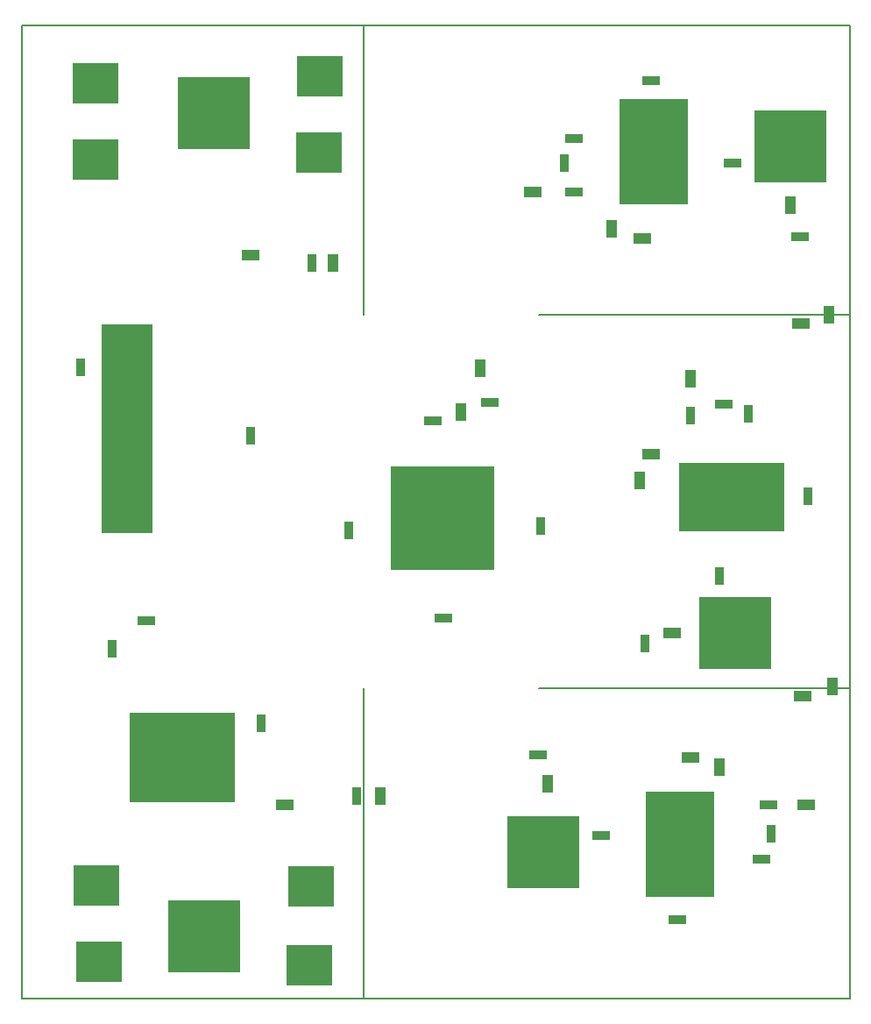
<source format=gm1>
%FSLAX25Y25*%
%MOIN*%
G70*
G01*
G75*
G04 Layer_Color=39168*
%ADD10R,0.04213X0.08504*%
%ADD11R,0.32795X0.31496*%
%ADD12R,0.03937X0.03937*%
%ADD13R,0.03937X0.03937*%
%ADD14R,0.09843X0.09055*%
%ADD15R,0.05906X0.01969*%
%ADD16R,0.01969X0.05906*%
%ADD17C,0.01000*%
%ADD18C,0.02362*%
%ADD19C,0.03937*%
%ADD20C,0.00787*%
%ADD21R,0.40000X0.34016*%
%ADD22R,0.03543X0.06693*%
%ADD23R,0.06693X0.03543*%
%ADD24R,0.03937X0.07087*%
%ADD25R,0.17716X0.15748*%
%ADD26R,0.39370X0.39370*%
%ADD27R,0.07087X0.03937*%
%ADD28R,0.40158X0.25984*%
%ADD29R,0.25984X0.40158*%
%ADD30R,0.19685X0.79528*%
%ADD31R,0.27559X0.27559*%
%ADD32C,0.05906*%
%ADD33R,0.05906X0.05906*%
%ADD34R,0.07284X0.07284*%
%ADD35C,0.07284*%
%ADD36C,0.07874*%
%ADD37C,0.05000*%
%ADD38C,0.15748*%
%ADD39C,0.00984*%
%ADD40C,0.00492*%
%ADD41C,0.00591*%
%ADD42R,0.05013X0.09304*%
%ADD43R,0.33595X0.32296*%
%ADD44R,0.04737X0.04737*%
%ADD45R,0.04737X0.04737*%
%ADD46R,0.10642X0.09855*%
%ADD47R,0.06706X0.02769*%
%ADD48R,0.02769X0.06706*%
%ADD49C,0.06706*%
%ADD50R,0.06706X0.06706*%
%ADD51R,0.08083X0.08083*%
%ADD52C,0.08083*%
%ADD53C,0.08674*%
%ADD54C,0.05800*%
%ADD55C,0.16548*%
G54D20*
X511109Y259842D02*
Y370079D01*
Y0D02*
Y118110D01*
X696148Y259842D02*
X578038D01*
X696148Y118110D02*
X578038D01*
X511109Y259842D02*
Y370079D01*
Y0D02*
Y118110D01*
X696148Y259842D02*
X578038D01*
X696148Y118110D02*
X578038D01*
X696148Y370079D02*
X381187D01*
X696148Y0D02*
Y370079D01*
X381187Y0D02*
Y370079D01*
X696148Y0D02*
X381187D01*
G54D21*
X442148Y91508D02*
D03*
D03*
G54D22*
X472148Y104500D02*
D03*
X618148Y135000D02*
D03*
X587648Y317500D02*
D03*
X666148Y62500D02*
D03*
X468148Y214000D02*
D03*
X403648Y240000D02*
D03*
X508648Y77000D02*
D03*
X491648Y279500D02*
D03*
X505648Y178000D02*
D03*
X578648Y179500D02*
D03*
X680148Y191000D02*
D03*
X646648Y160500D02*
D03*
X635648Y221500D02*
D03*
X657648Y222346D02*
D03*
X415648Y133000D02*
D03*
X472148Y104500D02*
D03*
X618148Y135000D02*
D03*
X587648Y317500D02*
D03*
X666148Y62500D02*
D03*
X468148Y214000D02*
D03*
X403648Y240000D02*
D03*
X508648Y77000D02*
D03*
X491648Y279500D02*
D03*
X505648Y178000D02*
D03*
X578648Y179500D02*
D03*
X680148Y191000D02*
D03*
X646648Y160500D02*
D03*
X635648Y221500D02*
D03*
X657648Y222346D02*
D03*
X415648Y133000D02*
D03*
G54D23*
X428648Y143500D02*
D03*
X677148Y289500D02*
D03*
X577648Y92500D02*
D03*
X648148Y225847D02*
D03*
X537648Y219500D02*
D03*
X541648Y144500D02*
D03*
X559148Y226500D02*
D03*
X630648Y30000D02*
D03*
X620648Y349000D02*
D03*
X601648Y62000D02*
D03*
X651648Y317500D02*
D03*
X665148Y73500D02*
D03*
X591148Y306500D02*
D03*
X662648Y53000D02*
D03*
X591148Y327000D02*
D03*
X428648Y143500D02*
D03*
X677148Y289500D02*
D03*
X577648Y92500D02*
D03*
X648148Y225847D02*
D03*
X537648Y219500D02*
D03*
X541648Y144500D02*
D03*
X559148Y226500D02*
D03*
X630648Y30000D02*
D03*
X620648Y349000D02*
D03*
X601648Y62000D02*
D03*
X651648Y317500D02*
D03*
X665148Y73500D02*
D03*
X591148Y306500D02*
D03*
X662648Y53000D02*
D03*
X591148Y327000D02*
D03*
G54D24*
X689605Y118500D02*
D03*
X688148Y260000D02*
D03*
X555648Y239500D02*
D03*
X548148Y223000D02*
D03*
X517648Y77000D02*
D03*
X499648Y279500D02*
D03*
X581148Y81500D02*
D03*
X673648Y301500D02*
D03*
X635648Y235500D02*
D03*
X646648Y88000D02*
D03*
X605648Y292500D02*
D03*
X616148Y197000D02*
D03*
X689605Y118500D02*
D03*
X688148Y260000D02*
D03*
X555648Y239500D02*
D03*
X548148Y223000D02*
D03*
X517648Y77000D02*
D03*
X499648Y279500D02*
D03*
X581148Y81500D02*
D03*
X673648Y301500D02*
D03*
X635648Y235500D02*
D03*
X646648Y88000D02*
D03*
X605648Y292500D02*
D03*
X616148Y197000D02*
D03*
G54D25*
X494148Y321500D02*
D03*
X409148Y319000D02*
D03*
X494648Y350500D02*
D03*
X409148Y348000D02*
D03*
X490648Y12500D02*
D03*
X410648Y14000D02*
D03*
X491148Y42500D02*
D03*
X409648Y43000D02*
D03*
X494148Y321500D02*
D03*
X409148Y319000D02*
D03*
X494648Y350500D02*
D03*
X409148Y348000D02*
D03*
X490648Y12500D02*
D03*
X410648Y14000D02*
D03*
X491148Y42500D02*
D03*
X409648Y43000D02*
D03*
G54D26*
X541148Y182500D02*
D03*
D03*
G54D27*
X678105Y115000D02*
D03*
X677648Y256500D02*
D03*
X481148Y73500D02*
D03*
X468148Y282500D02*
D03*
X628648Y139000D02*
D03*
X679648Y73500D02*
D03*
X575648Y306500D02*
D03*
X620648Y207000D02*
D03*
X635648Y91500D02*
D03*
X617148Y289000D02*
D03*
X678105Y115000D02*
D03*
X677648Y256500D02*
D03*
X481148Y73500D02*
D03*
X468148Y282500D02*
D03*
X628648Y139000D02*
D03*
X679648Y73500D02*
D03*
X575648Y306500D02*
D03*
X620648Y207000D02*
D03*
X635648Y91500D02*
D03*
X617148Y289000D02*
D03*
G54D28*
X651148Y190500D02*
D03*
D03*
G54D29*
X621648Y322000D02*
D03*
X631648Y58500D02*
D03*
X621648Y322000D02*
D03*
X631648Y58500D02*
D03*
G54D30*
X421146Y216504D02*
D03*
D03*
G54D31*
X454148Y336500D02*
D03*
X450648Y23500D02*
D03*
X579648Y55500D02*
D03*
X652648Y139000D02*
D03*
X673648Y324000D02*
D03*
X454148Y336500D02*
D03*
X450648Y23500D02*
D03*
X579648Y55500D02*
D03*
X652648Y139000D02*
D03*
X673648Y324000D02*
D03*
M02*

</source>
